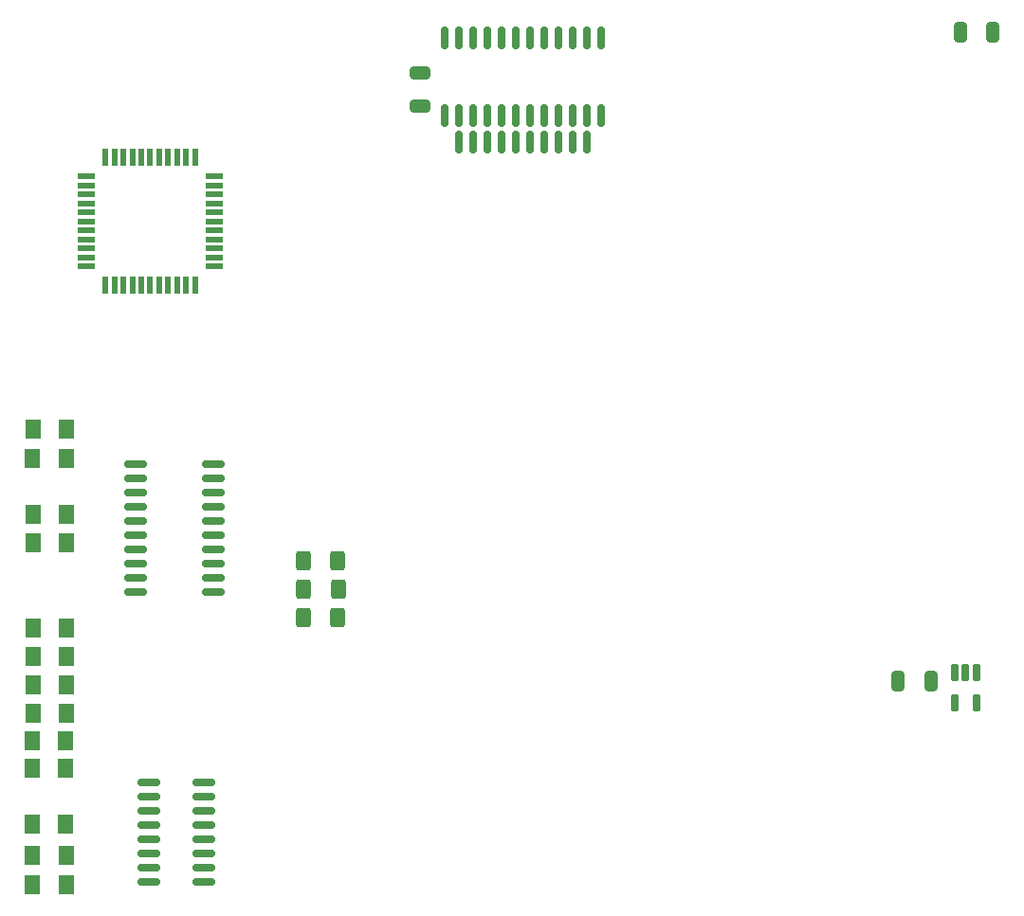
<source format=gbr>
%TF.GenerationSoftware,KiCad,Pcbnew,8.0.5-8.0.5-0~ubuntu22.04.1*%
%TF.CreationDate,2024-10-11T08:26:29+02:00*%
%TF.ProjectId,WD1771_Board,57443137-3731-45f4-926f-6172642e6b69,rev?*%
%TF.SameCoordinates,Original*%
%TF.FileFunction,Paste,Top*%
%TF.FilePolarity,Positive*%
%FSLAX46Y46*%
G04 Gerber Fmt 4.6, Leading zero omitted, Abs format (unit mm)*
G04 Created by KiCad (PCBNEW 8.0.5-8.0.5-0~ubuntu22.04.1) date 2024-10-11 08:26:29*
%MOMM*%
%LPD*%
G01*
G04 APERTURE LIST*
G04 Aperture macros list*
%AMRoundRect*
0 Rectangle with rounded corners*
0 $1 Rounding radius*
0 $2 $3 $4 $5 $6 $7 $8 $9 X,Y pos of 4 corners*
0 Add a 4 corners polygon primitive as box body*
4,1,4,$2,$3,$4,$5,$6,$7,$8,$9,$2,$3,0*
0 Add four circle primitives for the rounded corners*
1,1,$1+$1,$2,$3*
1,1,$1+$1,$4,$5*
1,1,$1+$1,$6,$7*
1,1,$1+$1,$8,$9*
0 Add four rect primitives between the rounded corners*
20,1,$1+$1,$2,$3,$4,$5,0*
20,1,$1+$1,$4,$5,$6,$7,0*
20,1,$1+$1,$6,$7,$8,$9,0*
20,1,$1+$1,$8,$9,$2,$3,0*%
G04 Aperture macros list end*
%ADD10RoundRect,0.150000X0.150000X-0.875000X0.150000X0.875000X-0.150000X0.875000X-0.150000X-0.875000X0*%
%ADD11RoundRect,0.250001X-0.462499X-0.624999X0.462499X-0.624999X0.462499X0.624999X-0.462499X0.624999X0*%
%ADD12R,1.500000X0.550000*%
%ADD13R,0.550000X1.500000*%
%ADD14RoundRect,0.250000X-0.325000X-0.650000X0.325000X-0.650000X0.325000X0.650000X-0.325000X0.650000X0*%
%ADD15RoundRect,0.162500X-0.162500X0.617500X-0.162500X-0.617500X0.162500X-0.617500X0.162500X0.617500X0*%
%ADD16RoundRect,0.150000X-0.825000X-0.150000X0.825000X-0.150000X0.825000X0.150000X-0.825000X0.150000X0*%
%ADD17RoundRect,0.150000X0.150000X-0.837500X0.150000X0.837500X-0.150000X0.837500X-0.150000X-0.837500X0*%
%ADD18RoundRect,0.250000X0.400000X0.625000X-0.400000X0.625000X-0.400000X-0.625000X0.400000X-0.625000X0*%
%ADD19RoundRect,0.250000X0.325000X0.650000X-0.325000X0.650000X-0.325000X-0.650000X0.325000X-0.650000X0*%
%ADD20RoundRect,0.250000X-0.650000X0.325000X-0.650000X-0.325000X0.650000X-0.325000X0.650000X0.325000X0*%
%ADD21RoundRect,0.150000X-0.837500X-0.150000X0.837500X-0.150000X0.837500X0.150000X-0.837500X0.150000X0*%
G04 APERTURE END LIST*
D10*
%TO.C,U8*%
X99983783Y-74321416D03*
X101253783Y-74321416D03*
X102523783Y-74321416D03*
X103793783Y-74321416D03*
X105063783Y-74321416D03*
X106333783Y-74321416D03*
X107603783Y-74321416D03*
X108873783Y-74321416D03*
X110143783Y-74321416D03*
X111413783Y-74321416D03*
X111413783Y-65021416D03*
X110143783Y-65021416D03*
X108873783Y-65021416D03*
X107603783Y-65021416D03*
X106333783Y-65021416D03*
X105063783Y-65021416D03*
X103793783Y-65021416D03*
X102523783Y-65021416D03*
X101253783Y-65021416D03*
X99983783Y-65021416D03*
%TD*%
D11*
%TO.C,D12*%
X61885500Y-135255000D03*
X64860500Y-135255000D03*
%TD*%
D12*
%TO.C,U4*%
X66705000Y-77420000D03*
X66705000Y-78220000D03*
X66705000Y-79020000D03*
X66705000Y-79820000D03*
X66705000Y-80620000D03*
X66705000Y-81420000D03*
X66705000Y-82220000D03*
X66705000Y-83020000D03*
X66705000Y-83820000D03*
X66705000Y-84620000D03*
X66705000Y-85420000D03*
D13*
X68405000Y-87120000D03*
X69205000Y-87120000D03*
X70005000Y-87120000D03*
X70805000Y-87120000D03*
X71605000Y-87120000D03*
X72405000Y-87120000D03*
X73205000Y-87120000D03*
X74005000Y-87120000D03*
X74805000Y-87120000D03*
X75605000Y-87120000D03*
X76405000Y-87120000D03*
D12*
X78105000Y-85420000D03*
X78105000Y-84620000D03*
X78105000Y-83820000D03*
X78105000Y-83020000D03*
X78105000Y-82220000D03*
X78105000Y-81420000D03*
X78105000Y-80620000D03*
X78105000Y-79820000D03*
X78105000Y-79020000D03*
X78105000Y-78220000D03*
X78105000Y-77420000D03*
D13*
X76405000Y-75720000D03*
X75605000Y-75720000D03*
X74805000Y-75720000D03*
X74005000Y-75720000D03*
X73205000Y-75720000D03*
X72405000Y-75720000D03*
X71605000Y-75720000D03*
X70805000Y-75720000D03*
X70005000Y-75720000D03*
X69205000Y-75720000D03*
X68405000Y-75720000D03*
%TD*%
D14*
%TO.C,C3*%
X144725000Y-64500000D03*
X147675000Y-64500000D03*
%TD*%
D11*
%TO.C,D6*%
X61922000Y-120269000D03*
X64897000Y-120269000D03*
%TD*%
D15*
%TO.C,U5*%
X146172000Y-121760000D03*
X145222000Y-121760000D03*
X144272000Y-121760000D03*
X144272000Y-124460000D03*
X146172000Y-124460000D03*
%TD*%
D16*
%TO.C,U6*%
X72266000Y-131572000D03*
X72266000Y-132842000D03*
X72266000Y-134112000D03*
X72266000Y-135382000D03*
X72266000Y-136652000D03*
X72266000Y-137922000D03*
X72266000Y-139192000D03*
X72266000Y-140462000D03*
X77216000Y-140462000D03*
X77216000Y-139192000D03*
X77216000Y-137922000D03*
X77216000Y-136652000D03*
X77216000Y-135382000D03*
X77216000Y-134112000D03*
X77216000Y-132842000D03*
X77216000Y-131572000D03*
%TD*%
D11*
%TO.C,D5*%
X61922000Y-110109000D03*
X64897000Y-110109000D03*
%TD*%
%TO.C,D14*%
X61904500Y-140678000D03*
X64879500Y-140678000D03*
%TD*%
%TO.C,D11*%
X61885500Y-130302000D03*
X64860500Y-130302000D03*
%TD*%
%TO.C,D8*%
X61922000Y-122809000D03*
X64897000Y-122809000D03*
%TD*%
%TO.C,D10*%
X61883500Y-127824000D03*
X64858500Y-127824000D03*
%TD*%
%TO.C,D2*%
X61922000Y-99949000D03*
X64897000Y-99949000D03*
%TD*%
%TO.C,D4*%
X61922000Y-107569000D03*
X64897000Y-107569000D03*
%TD*%
%TO.C,D3*%
X61904500Y-102616000D03*
X64879500Y-102616000D03*
%TD*%
%TO.C,D9*%
X61922000Y-125349000D03*
X64897000Y-125349000D03*
%TD*%
%TO.C,D13*%
X61904500Y-138049000D03*
X64879500Y-138049000D03*
%TD*%
D17*
%TO.C,U9*%
X98714717Y-71919580D03*
X99984717Y-71919580D03*
X101254717Y-71919580D03*
X102524717Y-71919580D03*
X103794717Y-71919580D03*
X105064717Y-71919580D03*
X106334717Y-71919580D03*
X107604717Y-71919580D03*
X108874717Y-71919580D03*
X110144717Y-71919580D03*
X111414717Y-71919580D03*
X112684717Y-71919580D03*
X112684717Y-64994580D03*
X111414717Y-64994580D03*
X110144717Y-64994580D03*
X108874717Y-64994580D03*
X107604717Y-64994580D03*
X106334717Y-64994580D03*
X105064717Y-64994580D03*
X103794717Y-64994580D03*
X102524717Y-64994580D03*
X101254717Y-64994580D03*
X99984717Y-64994580D03*
X98714717Y-64994580D03*
%TD*%
D18*
%TO.C,R8*%
X89154000Y-116840000D03*
X86054000Y-116840000D03*
%TD*%
D11*
%TO.C,D7*%
X61922000Y-117729000D03*
X64897000Y-117729000D03*
%TD*%
D19*
%TO.C,C7*%
X142100000Y-122525000D03*
X139150000Y-122525000D03*
%TD*%
D20*
%TO.C,C4*%
X96520000Y-68170000D03*
X96520000Y-71120000D03*
%TD*%
D21*
%TO.C,U2*%
X71120000Y-103124000D03*
X71120000Y-104394000D03*
X71120000Y-105664000D03*
X71120000Y-106934000D03*
X71120000Y-108204000D03*
X71120000Y-109474000D03*
X71120000Y-110744000D03*
X71120000Y-112014000D03*
X71120000Y-113284000D03*
X71120000Y-114554000D03*
X78045000Y-114554000D03*
X78045000Y-113284000D03*
X78045000Y-112014000D03*
X78045000Y-110744000D03*
X78045000Y-109474000D03*
X78045000Y-108204000D03*
X78045000Y-106934000D03*
X78045000Y-105664000D03*
X78045000Y-104394000D03*
X78045000Y-103124000D03*
%TD*%
D18*
%TO.C,R10*%
X89154000Y-111760000D03*
X86054000Y-111760000D03*
%TD*%
%TO.C,R9*%
X89206000Y-114300000D03*
X86106000Y-114300000D03*
%TD*%
M02*

</source>
